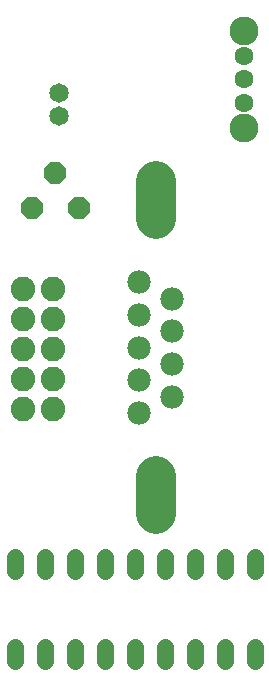
<source format=gbs>
G04 EAGLE Gerber RS-274X export*
G75*
%MOMM*%
%FSLAX34Y34*%
%LPD*%
%INSoldermask Bottom*%
%IPPOS*%
%AMOC8*
5,1,8,0,0,1.08239X$1,22.5*%
G01*
%ADD10C,1.981200*%
%ADD11C,3.403200*%
%ADD12C,1.603200*%
%ADD13C,2.453200*%
%ADD14C,1.653200*%
%ADD15C,1.422400*%
%ADD16P,1.951982X8X22.500000*%
%ADD17C,2.082800*%


D10*
X130800Y357200D03*
X130800Y329500D03*
X130800Y301800D03*
X130800Y274100D03*
X130800Y246400D03*
X159200Y343350D03*
X159200Y315650D03*
X159200Y287950D03*
X159200Y260250D03*
D11*
X145000Y192800D02*
X145000Y160800D01*
X145000Y410800D02*
X145000Y442800D01*
D12*
X219700Y509000D03*
X219700Y529000D03*
X219700Y549000D03*
D13*
X219700Y488000D03*
X219700Y570000D03*
D14*
X63000Y497700D03*
X63000Y517700D03*
D15*
X25800Y48496D02*
X25800Y36304D01*
X51200Y36304D02*
X51200Y48496D01*
X76600Y48496D02*
X76600Y36304D01*
X102000Y36304D02*
X102000Y48496D01*
X127400Y48496D02*
X127400Y36304D01*
X152800Y36304D02*
X152800Y48496D01*
X178200Y48496D02*
X178200Y36304D01*
X203600Y36304D02*
X203600Y48496D01*
X229000Y48496D02*
X229000Y36304D01*
X229000Y112504D02*
X229000Y124696D01*
X203600Y124696D02*
X203600Y112504D01*
X178200Y112504D02*
X178200Y124696D01*
X152800Y124696D02*
X152800Y112504D01*
X127400Y112504D02*
X127400Y124696D01*
X102000Y124696D02*
X102000Y112504D01*
X76600Y112504D02*
X76600Y124696D01*
X51200Y124696D02*
X51200Y112504D01*
X25800Y112504D02*
X25800Y124696D01*
D16*
X80000Y420000D03*
X40000Y420000D03*
X60000Y450000D03*
D17*
X58300Y249600D03*
X32900Y249600D03*
X58300Y275000D03*
X32900Y275000D03*
X58300Y300400D03*
X32900Y300400D03*
X58300Y325800D03*
X32900Y325800D03*
X58300Y351200D03*
X32900Y351200D03*
M02*

</source>
